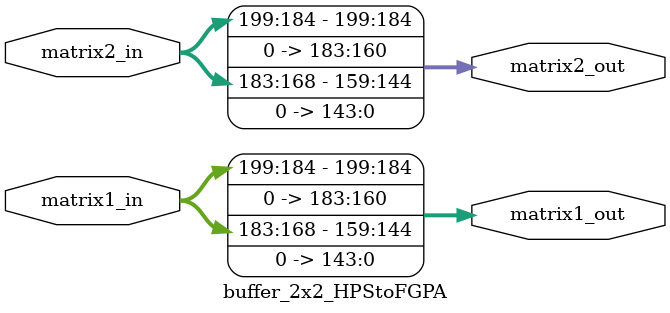
<source format=v>
module buffer_2x2_HPStoFGPA(
	input [199:0] matrix1_in, matrix2_in, //Matrizes vindo sem organização
	output [199:0] matrix1_out, matrix2_out //Matrizes organizadas com base no tamanho
);
	
	//Organizando a matriz 1
	assign matrix1_out[199:184] = matrix1_in[199:184];
	assign matrix1_out[159:144] = matrix1_in[183:168];
	
	assign matrix1_out[183:160] = 0;
	assign matrix1_out[143:0] = 0;

	
	//Organizando a matriz 2
	assign matrix2_out[199:184] = matrix2_in[199:184];
	assign matrix2_out[159:144] = matrix2_in[183:168];
	
	assign matrix2_out[183:160] = 0;
	assign matrix2_out[143:0] = 0;
	
endmodule
</source>
